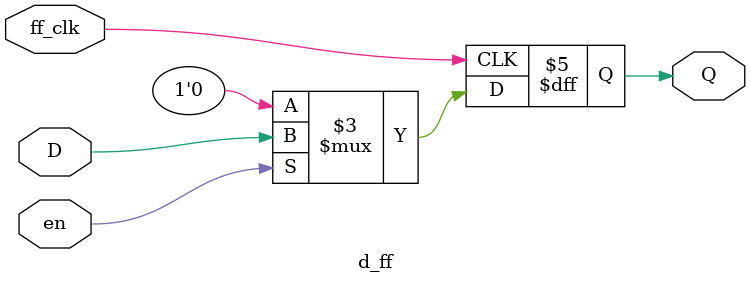
<source format=v>
`timescale 1ns / 1ps


module d_ff(
    input ff_clk,
    input en,
    input D,
    output reg Q
    );
    always @(posedge ff_clk) begin
        if(en)
            Q <= D;
        else
            Q <= 1'b0;
    end
endmodule

</source>
